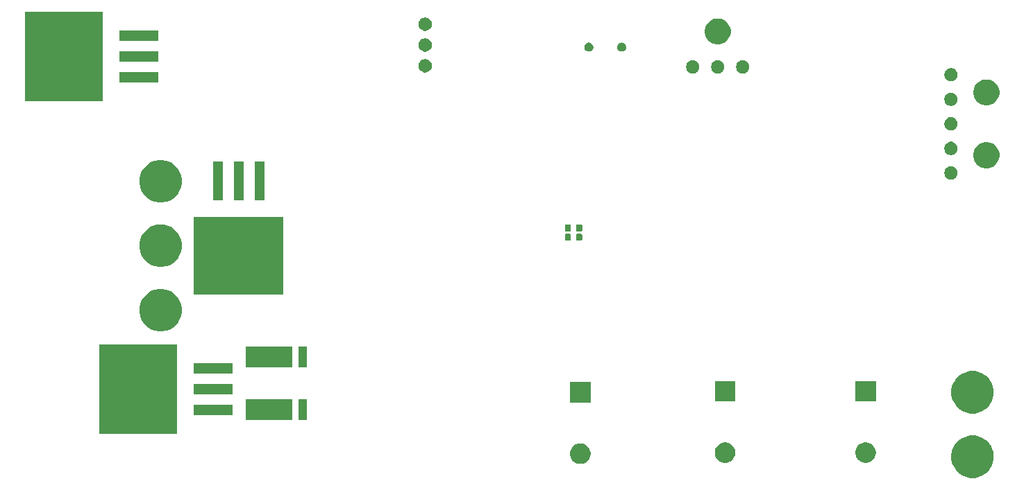
<source format=gbr>
G04 #@! TF.GenerationSoftware,KiCad,Pcbnew,(5.1.4)-1*
G04 #@! TF.CreationDate,2021-08-24T20:52:13-05:00*
G04 #@! TF.ProjectId,Mocos_2021,4d6f636f-735f-4323-9032-312e6b696361,rev?*
G04 #@! TF.SameCoordinates,Original*
G04 #@! TF.FileFunction,Soldermask,Bot*
G04 #@! TF.FilePolarity,Negative*
%FSLAX46Y46*%
G04 Gerber Fmt 4.6, Leading zero omitted, Abs format (unit mm)*
G04 Created by KiCad (PCBNEW (5.1.4)-1) date 2021-08-24 20:52:13*
%MOMM*%
%LPD*%
G04 APERTURE LIST*
%ADD10C,0.100000*%
G04 APERTURE END LIST*
D10*
G36*
X182274508Y-122189380D02*
G01*
X182441367Y-122222570D01*
X182912899Y-122417885D01*
X183155629Y-122580073D01*
X183337266Y-122701438D01*
X183698162Y-123062334D01*
X183748102Y-123137075D01*
X183981715Y-123486701D01*
X184177030Y-123958233D01*
X184210220Y-124125092D01*
X184276600Y-124458807D01*
X184276600Y-124969193D01*
X184268390Y-125010466D01*
X184177030Y-125469767D01*
X183981715Y-125941299D01*
X183819527Y-126184029D01*
X183698162Y-126365666D01*
X183337266Y-126726562D01*
X183155629Y-126847927D01*
X182912899Y-127010115D01*
X182441367Y-127205430D01*
X182274508Y-127238620D01*
X181940793Y-127305000D01*
X181430407Y-127305000D01*
X181096692Y-127238620D01*
X180929833Y-127205430D01*
X180458301Y-127010115D01*
X180215571Y-126847927D01*
X180033934Y-126726562D01*
X179673038Y-126365666D01*
X179551673Y-126184029D01*
X179389485Y-125941299D01*
X179194170Y-125469767D01*
X179102810Y-125010466D01*
X179094600Y-124969193D01*
X179094600Y-124458807D01*
X179160980Y-124125092D01*
X179194170Y-123958233D01*
X179389485Y-123486701D01*
X179623098Y-123137075D01*
X179673038Y-123062334D01*
X180033934Y-122701438D01*
X180215571Y-122580073D01*
X180458301Y-122417885D01*
X180929833Y-122222570D01*
X181096692Y-122189380D01*
X181430407Y-122123000D01*
X181940793Y-122123000D01*
X182274508Y-122189380D01*
X182274508Y-122189380D01*
G37*
G36*
X134058519Y-123104377D02*
G01*
X134222903Y-123137075D01*
X134450571Y-123231378D01*
X134655466Y-123368285D01*
X134829715Y-123542534D01*
X134877087Y-123613431D01*
X134966623Y-123747431D01*
X135008320Y-123848097D01*
X135060925Y-123975097D01*
X135109000Y-124216787D01*
X135109000Y-124463213D01*
X135060925Y-124704903D01*
X134966622Y-124932571D01*
X134829715Y-125137466D01*
X134655466Y-125311715D01*
X134450571Y-125448622D01*
X134450570Y-125448623D01*
X134450569Y-125448623D01*
X134222903Y-125542925D01*
X133981214Y-125591000D01*
X133734786Y-125591000D01*
X133493097Y-125542925D01*
X133265431Y-125448623D01*
X133265430Y-125448623D01*
X133265429Y-125448622D01*
X133060534Y-125311715D01*
X132886285Y-125137466D01*
X132749378Y-124932571D01*
X132655075Y-124704903D01*
X132607000Y-124463213D01*
X132607000Y-124216787D01*
X132655075Y-123975097D01*
X132707680Y-123848097D01*
X132749377Y-123747431D01*
X132838913Y-123613431D01*
X132886285Y-123542534D01*
X133060534Y-123368285D01*
X133265429Y-123231378D01*
X133493097Y-123137075D01*
X133657481Y-123104377D01*
X133734786Y-123089000D01*
X133981214Y-123089000D01*
X134058519Y-123104377D01*
X134058519Y-123104377D01*
G37*
G36*
X151875903Y-123010075D02*
G01*
X152086672Y-123097378D01*
X152103571Y-123104378D01*
X152308466Y-123241285D01*
X152482715Y-123415534D01*
X152614946Y-123613431D01*
X152619623Y-123620431D01*
X152713925Y-123848097D01*
X152762000Y-124089786D01*
X152762000Y-124336214D01*
X152713925Y-124577903D01*
X152622522Y-124798571D01*
X152619622Y-124805571D01*
X152482715Y-125010466D01*
X152308466Y-125184715D01*
X152103571Y-125321622D01*
X152103570Y-125321623D01*
X152103569Y-125321623D01*
X151875903Y-125415925D01*
X151634214Y-125464000D01*
X151387786Y-125464000D01*
X151146097Y-125415925D01*
X150918431Y-125321623D01*
X150918430Y-125321623D01*
X150918429Y-125321622D01*
X150713534Y-125184715D01*
X150539285Y-125010466D01*
X150402378Y-124805571D01*
X150399479Y-124798571D01*
X150308075Y-124577903D01*
X150260000Y-124336214D01*
X150260000Y-124089786D01*
X150308075Y-123848097D01*
X150402377Y-123620431D01*
X150407054Y-123613431D01*
X150539285Y-123415534D01*
X150713534Y-123241285D01*
X150918429Y-123104378D01*
X150935329Y-123097378D01*
X151146097Y-123010075D01*
X151387786Y-122962000D01*
X151634214Y-122962000D01*
X151875903Y-123010075D01*
X151875903Y-123010075D01*
G37*
G36*
X169020903Y-123003075D02*
G01*
X169248571Y-123097378D01*
X169453466Y-123234285D01*
X169627715Y-123408534D01*
X169764622Y-123613429D01*
X169764623Y-123613431D01*
X169858925Y-123841097D01*
X169907000Y-124082786D01*
X169907000Y-124329214D01*
X169858925Y-124570903D01*
X169803421Y-124704903D01*
X169764622Y-124798571D01*
X169627715Y-125003466D01*
X169453466Y-125177715D01*
X169248571Y-125314622D01*
X169248570Y-125314623D01*
X169248569Y-125314623D01*
X169020903Y-125408925D01*
X168779214Y-125457000D01*
X168532786Y-125457000D01*
X168291097Y-125408925D01*
X168063431Y-125314623D01*
X168063430Y-125314623D01*
X168063429Y-125314622D01*
X167858534Y-125177715D01*
X167684285Y-125003466D01*
X167547378Y-124798571D01*
X167508580Y-124704903D01*
X167453075Y-124570903D01*
X167405000Y-124329214D01*
X167405000Y-124082786D01*
X167453075Y-123841097D01*
X167547377Y-123613431D01*
X167547378Y-123613429D01*
X167684285Y-123408534D01*
X167858534Y-123234285D01*
X168063429Y-123097378D01*
X168291097Y-123003075D01*
X168532786Y-122955000D01*
X168779214Y-122955000D01*
X169020903Y-123003075D01*
X169020903Y-123003075D01*
G37*
G36*
X84687999Y-121910000D02*
G01*
X75186001Y-121910000D01*
X75186001Y-111008000D01*
X84687999Y-111008000D01*
X84687999Y-121910000D01*
X84687999Y-121910000D01*
G37*
G36*
X100508000Y-120269200D02*
G01*
X99517000Y-120269200D01*
X99517000Y-117728800D01*
X100508000Y-117728800D01*
X100508000Y-120269200D01*
X100508000Y-120269200D01*
G37*
G36*
X98730000Y-120269200D02*
G01*
X93040000Y-120269200D01*
X93040000Y-117728800D01*
X98730000Y-117728800D01*
X98730000Y-120269200D01*
X98730000Y-120269200D01*
G37*
G36*
X91438000Y-119600000D02*
G01*
X86736000Y-119600000D01*
X86736000Y-118398000D01*
X91438000Y-118398000D01*
X91438000Y-119600000D01*
X91438000Y-119600000D01*
G37*
G36*
X182274508Y-114315380D02*
G01*
X182441367Y-114348570D01*
X182912899Y-114543885D01*
X183155629Y-114706073D01*
X183337266Y-114827438D01*
X183698162Y-115188334D01*
X183819527Y-115369971D01*
X183981715Y-115612701D01*
X184177030Y-116084233D01*
X184276600Y-116584809D01*
X184276600Y-117095191D01*
X184177030Y-117595767D01*
X183981715Y-118067299D01*
X183819527Y-118310029D01*
X183698162Y-118491666D01*
X183337266Y-118852562D01*
X183155629Y-118973927D01*
X182912899Y-119136115D01*
X182441367Y-119331430D01*
X182274508Y-119364620D01*
X181940793Y-119431000D01*
X181430407Y-119431000D01*
X181096692Y-119364620D01*
X180929833Y-119331430D01*
X180458301Y-119136115D01*
X180215571Y-118973927D01*
X180033934Y-118852562D01*
X179673038Y-118491666D01*
X179551673Y-118310029D01*
X179389485Y-118067299D01*
X179194170Y-117595767D01*
X179094600Y-117095191D01*
X179094600Y-116584809D01*
X179194170Y-116084233D01*
X179389485Y-115612701D01*
X179551673Y-115369971D01*
X179673038Y-115188334D01*
X180033934Y-114827438D01*
X180215571Y-114706073D01*
X180458301Y-114543885D01*
X180929833Y-114348570D01*
X181096692Y-114315380D01*
X181430407Y-114249000D01*
X181940793Y-114249000D01*
X182274508Y-114315380D01*
X182274508Y-114315380D01*
G37*
G36*
X135109000Y-118091000D02*
G01*
X132607000Y-118091000D01*
X132607000Y-115589000D01*
X135109000Y-115589000D01*
X135109000Y-118091000D01*
X135109000Y-118091000D01*
G37*
G36*
X152762000Y-117964000D02*
G01*
X150260000Y-117964000D01*
X150260000Y-115462000D01*
X152762000Y-115462000D01*
X152762000Y-117964000D01*
X152762000Y-117964000D01*
G37*
G36*
X169907000Y-117957000D02*
G01*
X167405000Y-117957000D01*
X167405000Y-115455000D01*
X169907000Y-115455000D01*
X169907000Y-117957000D01*
X169907000Y-117957000D01*
G37*
G36*
X91438000Y-117060000D02*
G01*
X86736000Y-117060000D01*
X86736000Y-115858000D01*
X91438000Y-115858000D01*
X91438000Y-117060000D01*
X91438000Y-117060000D01*
G37*
G36*
X91438000Y-114520000D02*
G01*
X86736000Y-114520000D01*
X86736000Y-113318000D01*
X91438000Y-113318000D01*
X91438000Y-114520000D01*
X91438000Y-114520000D01*
G37*
G36*
X100508000Y-113792200D02*
G01*
X99517000Y-113792200D01*
X99517000Y-111251800D01*
X100508000Y-111251800D01*
X100508000Y-113792200D01*
X100508000Y-113792200D01*
G37*
G36*
X98730000Y-113792200D02*
G01*
X93040000Y-113792200D01*
X93040000Y-111251800D01*
X98730000Y-111251800D01*
X98730000Y-113792200D01*
X98730000Y-113792200D01*
G37*
G36*
X83265908Y-104282380D02*
G01*
X83432767Y-104315570D01*
X83904299Y-104510885D01*
X84147029Y-104673073D01*
X84328666Y-104794438D01*
X84689562Y-105155334D01*
X84810927Y-105336971D01*
X84973115Y-105579701D01*
X85168430Y-106051233D01*
X85268000Y-106551809D01*
X85268000Y-107062191D01*
X85168430Y-107562767D01*
X84973115Y-108034299D01*
X84810927Y-108277029D01*
X84689562Y-108458666D01*
X84328666Y-108819562D01*
X84147029Y-108940927D01*
X83904299Y-109103115D01*
X83432767Y-109298430D01*
X83265908Y-109331620D01*
X82932193Y-109398000D01*
X82421807Y-109398000D01*
X82088092Y-109331620D01*
X81921233Y-109298430D01*
X81449701Y-109103115D01*
X81206971Y-108940927D01*
X81025334Y-108819562D01*
X80664438Y-108458666D01*
X80543073Y-108277029D01*
X80380885Y-108034299D01*
X80185570Y-107562767D01*
X80086000Y-107062191D01*
X80086000Y-106551809D01*
X80185570Y-106051233D01*
X80380885Y-105579701D01*
X80543073Y-105336971D01*
X80664438Y-105155334D01*
X81025334Y-104794438D01*
X81206971Y-104673073D01*
X81449701Y-104510885D01*
X81921233Y-104315570D01*
X82088092Y-104282380D01*
X82421807Y-104216000D01*
X82932193Y-104216000D01*
X83265908Y-104282380D01*
X83265908Y-104282380D01*
G37*
G36*
X97653000Y-104899999D02*
G01*
X86751000Y-104899999D01*
X86751000Y-95398001D01*
X97653000Y-95398001D01*
X97653000Y-104899999D01*
X97653000Y-104899999D01*
G37*
G36*
X83175964Y-96390489D02*
G01*
X83432767Y-96441570D01*
X83904299Y-96636885D01*
X84147029Y-96799073D01*
X84328666Y-96920438D01*
X84689562Y-97281334D01*
X84810927Y-97462971D01*
X84973115Y-97705701D01*
X85168430Y-98177233D01*
X85268000Y-98677809D01*
X85268000Y-99188191D01*
X85168430Y-99688767D01*
X84973115Y-100160299D01*
X84810927Y-100403029D01*
X84689562Y-100584666D01*
X84328666Y-100945562D01*
X84147029Y-101066927D01*
X83904299Y-101229115D01*
X83432767Y-101424430D01*
X83265908Y-101457620D01*
X82932193Y-101524000D01*
X82421807Y-101524000D01*
X82088092Y-101457620D01*
X81921233Y-101424430D01*
X81449701Y-101229115D01*
X81206971Y-101066927D01*
X81025334Y-100945562D01*
X80664438Y-100584666D01*
X80543073Y-100403029D01*
X80380885Y-100160299D01*
X80185570Y-99688767D01*
X80086000Y-99188191D01*
X80086000Y-98677809D01*
X80185570Y-98177233D01*
X80380885Y-97705701D01*
X80543073Y-97462971D01*
X80664438Y-97281334D01*
X81025334Y-96920438D01*
X81206971Y-96799073D01*
X81449701Y-96636885D01*
X81921233Y-96441570D01*
X82178036Y-96390489D01*
X82421807Y-96342000D01*
X82932193Y-96342000D01*
X83175964Y-96390489D01*
X83175964Y-96390489D01*
G37*
G36*
X133996901Y-97493360D02*
G01*
X134018925Y-97500041D01*
X134039222Y-97510890D01*
X134057011Y-97525489D01*
X134071610Y-97543278D01*
X134082459Y-97563575D01*
X134089140Y-97585599D01*
X134092000Y-97614640D01*
X134092000Y-98203360D01*
X134089140Y-98232401D01*
X134082459Y-98254425D01*
X134071610Y-98274722D01*
X134057011Y-98292511D01*
X134039222Y-98307110D01*
X134018925Y-98317959D01*
X133996901Y-98324640D01*
X133967860Y-98327500D01*
X133494140Y-98327500D01*
X133465099Y-98324640D01*
X133443075Y-98317959D01*
X133422778Y-98307110D01*
X133404989Y-98292511D01*
X133390390Y-98274722D01*
X133379541Y-98254425D01*
X133372860Y-98232401D01*
X133370000Y-98203360D01*
X133370000Y-97614640D01*
X133372860Y-97585599D01*
X133379541Y-97563575D01*
X133390390Y-97543278D01*
X133404989Y-97525489D01*
X133422778Y-97510890D01*
X133443075Y-97500041D01*
X133465099Y-97493360D01*
X133494140Y-97490500D01*
X133967860Y-97490500D01*
X133996901Y-97493360D01*
X133996901Y-97493360D01*
G37*
G36*
X132599901Y-97493360D02*
G01*
X132621925Y-97500041D01*
X132642222Y-97510890D01*
X132660011Y-97525489D01*
X132674610Y-97543278D01*
X132685459Y-97563575D01*
X132692140Y-97585599D01*
X132695000Y-97614640D01*
X132695000Y-98203360D01*
X132692140Y-98232401D01*
X132685459Y-98254425D01*
X132674610Y-98274722D01*
X132660011Y-98292511D01*
X132642222Y-98307110D01*
X132621925Y-98317959D01*
X132599901Y-98324640D01*
X132570860Y-98327500D01*
X132097140Y-98327500D01*
X132068099Y-98324640D01*
X132046075Y-98317959D01*
X132025778Y-98307110D01*
X132007989Y-98292511D01*
X131993390Y-98274722D01*
X131982541Y-98254425D01*
X131975860Y-98232401D01*
X131973000Y-98203360D01*
X131973000Y-97614640D01*
X131975860Y-97585599D01*
X131982541Y-97563575D01*
X131993390Y-97543278D01*
X132007989Y-97525489D01*
X132025778Y-97510890D01*
X132046075Y-97500041D01*
X132068099Y-97493360D01*
X132097140Y-97490500D01*
X132570860Y-97490500D01*
X132599901Y-97493360D01*
X132599901Y-97493360D01*
G37*
G36*
X132599901Y-96358360D02*
G01*
X132621925Y-96365041D01*
X132642222Y-96375890D01*
X132660011Y-96390489D01*
X132674610Y-96408278D01*
X132685459Y-96428575D01*
X132692140Y-96450599D01*
X132695000Y-96479640D01*
X132695000Y-97068360D01*
X132692140Y-97097401D01*
X132685459Y-97119425D01*
X132674610Y-97139722D01*
X132660011Y-97157511D01*
X132642222Y-97172110D01*
X132621925Y-97182959D01*
X132599901Y-97189640D01*
X132570860Y-97192500D01*
X132097140Y-97192500D01*
X132068099Y-97189640D01*
X132046075Y-97182959D01*
X132025778Y-97172110D01*
X132007989Y-97157511D01*
X131993390Y-97139722D01*
X131982541Y-97119425D01*
X131975860Y-97097401D01*
X131973000Y-97068360D01*
X131973000Y-96479640D01*
X131975860Y-96450599D01*
X131982541Y-96428575D01*
X131993390Y-96408278D01*
X132007989Y-96390489D01*
X132025778Y-96375890D01*
X132046075Y-96365041D01*
X132068099Y-96358360D01*
X132097140Y-96355500D01*
X132570860Y-96355500D01*
X132599901Y-96358360D01*
X132599901Y-96358360D01*
G37*
G36*
X133996901Y-96358360D02*
G01*
X134018925Y-96365041D01*
X134039222Y-96375890D01*
X134057011Y-96390489D01*
X134071610Y-96408278D01*
X134082459Y-96428575D01*
X134089140Y-96450599D01*
X134092000Y-96479640D01*
X134092000Y-97068360D01*
X134089140Y-97097401D01*
X134082459Y-97119425D01*
X134071610Y-97139722D01*
X134057011Y-97157511D01*
X134039222Y-97172110D01*
X134018925Y-97182959D01*
X133996901Y-97189640D01*
X133967860Y-97192500D01*
X133494140Y-97192500D01*
X133465099Y-97189640D01*
X133443075Y-97182959D01*
X133422778Y-97172110D01*
X133404989Y-97157511D01*
X133390390Y-97139722D01*
X133379541Y-97119425D01*
X133372860Y-97097401D01*
X133370000Y-97068360D01*
X133370000Y-96479640D01*
X133372860Y-96450599D01*
X133379541Y-96428575D01*
X133390390Y-96408278D01*
X133404989Y-96390489D01*
X133422778Y-96375890D01*
X133443075Y-96365041D01*
X133465099Y-96358360D01*
X133494140Y-96355500D01*
X133967860Y-96355500D01*
X133996901Y-96358360D01*
X133996901Y-96358360D01*
G37*
G36*
X83265908Y-88534380D02*
G01*
X83432767Y-88567570D01*
X83904299Y-88762885D01*
X84147029Y-88925073D01*
X84328666Y-89046438D01*
X84689562Y-89407334D01*
X84768013Y-89524745D01*
X84973115Y-89831701D01*
X85168430Y-90303233D01*
X85168430Y-90303234D01*
X85259977Y-90763471D01*
X85268000Y-90803809D01*
X85268000Y-91314191D01*
X85168430Y-91814767D01*
X84973115Y-92286299D01*
X84810927Y-92529029D01*
X84689562Y-92710666D01*
X84328666Y-93071562D01*
X84147029Y-93192927D01*
X83904299Y-93355115D01*
X83432767Y-93550430D01*
X83265908Y-93583620D01*
X82932193Y-93650000D01*
X82421807Y-93650000D01*
X82088092Y-93583620D01*
X81921233Y-93550430D01*
X81449701Y-93355115D01*
X81206971Y-93192927D01*
X81025334Y-93071562D01*
X80664438Y-92710666D01*
X80543073Y-92529029D01*
X80380885Y-92286299D01*
X80185570Y-91814767D01*
X80086000Y-91314191D01*
X80086000Y-90803809D01*
X80094024Y-90763471D01*
X80185570Y-90303234D01*
X80185570Y-90303233D01*
X80380885Y-89831701D01*
X80585987Y-89524745D01*
X80664438Y-89407334D01*
X81025334Y-89046438D01*
X81206971Y-88925073D01*
X81449701Y-88762885D01*
X81921233Y-88567570D01*
X82088092Y-88534380D01*
X82421807Y-88468000D01*
X82932193Y-88468000D01*
X83265908Y-88534380D01*
X83265908Y-88534380D01*
G37*
G36*
X92803000Y-93350000D02*
G01*
X91601000Y-93350000D01*
X91601000Y-88648000D01*
X92803000Y-88648000D01*
X92803000Y-93350000D01*
X92803000Y-93350000D01*
G37*
G36*
X95343000Y-93350000D02*
G01*
X94141000Y-93350000D01*
X94141000Y-88648000D01*
X95343000Y-88648000D01*
X95343000Y-93350000D01*
X95343000Y-93350000D01*
G37*
G36*
X90263000Y-93350000D02*
G01*
X89061000Y-93350000D01*
X89061000Y-88648000D01*
X90263000Y-88648000D01*
X90263000Y-93350000D01*
X90263000Y-93350000D01*
G37*
G36*
X179307142Y-89261242D02*
G01*
X179455101Y-89322529D01*
X179588255Y-89411499D01*
X179701501Y-89524745D01*
X179790471Y-89657899D01*
X179851758Y-89805858D01*
X179883000Y-89962925D01*
X179883000Y-90123075D01*
X179851758Y-90280142D01*
X179790471Y-90428101D01*
X179701501Y-90561255D01*
X179588255Y-90674501D01*
X179455101Y-90763471D01*
X179307142Y-90824758D01*
X179150075Y-90856000D01*
X178989925Y-90856000D01*
X178832858Y-90824758D01*
X178684899Y-90763471D01*
X178551745Y-90674501D01*
X178438499Y-90561255D01*
X178349529Y-90428101D01*
X178288242Y-90280142D01*
X178257000Y-90123075D01*
X178257000Y-89962925D01*
X178288242Y-89805858D01*
X178349529Y-89657899D01*
X178438499Y-89524745D01*
X178551745Y-89411499D01*
X178684899Y-89322529D01*
X178832858Y-89261242D01*
X178989925Y-89230000D01*
X179150075Y-89230000D01*
X179307142Y-89261242D01*
X179307142Y-89261242D01*
G37*
G36*
X183851114Y-86357314D02*
G01*
X184140056Y-86476998D01*
X184140058Y-86476999D01*
X184400100Y-86650753D01*
X184621247Y-86871900D01*
X184790947Y-87125875D01*
X184795002Y-87131944D01*
X184914686Y-87420886D01*
X184975700Y-87727624D01*
X184975700Y-88040376D01*
X184914686Y-88347114D01*
X184864613Y-88468000D01*
X184795001Y-88636058D01*
X184621247Y-88896100D01*
X184400100Y-89117247D01*
X184140058Y-89291001D01*
X184140057Y-89291002D01*
X184140056Y-89291002D01*
X183851114Y-89410686D01*
X183544376Y-89471700D01*
X183231624Y-89471700D01*
X182924886Y-89410686D01*
X182635944Y-89291002D01*
X182635943Y-89291002D01*
X182635942Y-89291001D01*
X182375900Y-89117247D01*
X182154753Y-88896100D01*
X181980999Y-88636058D01*
X181911387Y-88468000D01*
X181861314Y-88347114D01*
X181800300Y-88040376D01*
X181800300Y-87727624D01*
X181861314Y-87420886D01*
X181980998Y-87131944D01*
X181985053Y-87125875D01*
X182154753Y-86871900D01*
X182375900Y-86650753D01*
X182635942Y-86476999D01*
X182635944Y-86476998D01*
X182924886Y-86357314D01*
X183231624Y-86296300D01*
X183544376Y-86296300D01*
X183851114Y-86357314D01*
X183851114Y-86357314D01*
G37*
G36*
X179307142Y-86264042D02*
G01*
X179455101Y-86325329D01*
X179588255Y-86414299D01*
X179701501Y-86527545D01*
X179790471Y-86660699D01*
X179851758Y-86808658D01*
X179883000Y-86965725D01*
X179883000Y-87125875D01*
X179851758Y-87282942D01*
X179790471Y-87430901D01*
X179701501Y-87564055D01*
X179588255Y-87677301D01*
X179455101Y-87766271D01*
X179307142Y-87827558D01*
X179150075Y-87858800D01*
X178989925Y-87858800D01*
X178832858Y-87827558D01*
X178684899Y-87766271D01*
X178551745Y-87677301D01*
X178438499Y-87564055D01*
X178349529Y-87430901D01*
X178288242Y-87282942D01*
X178257000Y-87125875D01*
X178257000Y-86965725D01*
X178288242Y-86808658D01*
X178349529Y-86660699D01*
X178438499Y-86527545D01*
X178551745Y-86414299D01*
X178684899Y-86325329D01*
X178832858Y-86264042D01*
X178989925Y-86232800D01*
X179150075Y-86232800D01*
X179307142Y-86264042D01*
X179307142Y-86264042D01*
G37*
G36*
X179307142Y-83266842D02*
G01*
X179455101Y-83328129D01*
X179588255Y-83417099D01*
X179701501Y-83530345D01*
X179790471Y-83663499D01*
X179851758Y-83811458D01*
X179883000Y-83968525D01*
X179883000Y-84128675D01*
X179851758Y-84285742D01*
X179790471Y-84433701D01*
X179701501Y-84566855D01*
X179588255Y-84680101D01*
X179455101Y-84769071D01*
X179307142Y-84830358D01*
X179150075Y-84861600D01*
X178989925Y-84861600D01*
X178832858Y-84830358D01*
X178684899Y-84769071D01*
X178551745Y-84680101D01*
X178438499Y-84566855D01*
X178349529Y-84433701D01*
X178288242Y-84285742D01*
X178257000Y-84128675D01*
X178257000Y-83968525D01*
X178288242Y-83811458D01*
X178349529Y-83663499D01*
X178438499Y-83530345D01*
X178551745Y-83417099D01*
X178684899Y-83328129D01*
X178832858Y-83266842D01*
X178989925Y-83235600D01*
X179150075Y-83235600D01*
X179307142Y-83266842D01*
X179307142Y-83266842D01*
G37*
G36*
X179307142Y-80269642D02*
G01*
X179455101Y-80330929D01*
X179588255Y-80419899D01*
X179701501Y-80533145D01*
X179790471Y-80666299D01*
X179851758Y-80814258D01*
X179883000Y-80971325D01*
X179883000Y-81131475D01*
X179851758Y-81288542D01*
X179790471Y-81436501D01*
X179701501Y-81569655D01*
X179588255Y-81682901D01*
X179455101Y-81771871D01*
X179307142Y-81833158D01*
X179150075Y-81864400D01*
X178989925Y-81864400D01*
X178832858Y-81833158D01*
X178684899Y-81771871D01*
X178551745Y-81682901D01*
X178438499Y-81569655D01*
X178349529Y-81436501D01*
X178288242Y-81288542D01*
X178257000Y-81131475D01*
X178257000Y-80971325D01*
X178288242Y-80814258D01*
X178349529Y-80666299D01*
X178438499Y-80533145D01*
X178551745Y-80419899D01*
X178684899Y-80330929D01*
X178832858Y-80269642D01*
X178989925Y-80238400D01*
X179150075Y-80238400D01*
X179307142Y-80269642D01*
X179307142Y-80269642D01*
G37*
G36*
X183851114Y-78686514D02*
G01*
X184063943Y-78774671D01*
X184140058Y-78806199D01*
X184400100Y-78979953D01*
X184621247Y-79201100D01*
X184795001Y-79461142D01*
X184795002Y-79461144D01*
X184914686Y-79750086D01*
X184975700Y-80056824D01*
X184975700Y-80369576D01*
X184914686Y-80676314D01*
X184795002Y-80965256D01*
X184795001Y-80965258D01*
X184621247Y-81225300D01*
X184400100Y-81446447D01*
X184140058Y-81620201D01*
X184140057Y-81620202D01*
X184140056Y-81620202D01*
X183851114Y-81739886D01*
X183544376Y-81800900D01*
X183231624Y-81800900D01*
X182924886Y-81739886D01*
X182635944Y-81620202D01*
X182635943Y-81620202D01*
X182635942Y-81620201D01*
X182375900Y-81446447D01*
X182154753Y-81225300D01*
X181980999Y-80965258D01*
X181980998Y-80965256D01*
X181861314Y-80676314D01*
X181800300Y-80369576D01*
X181800300Y-80056824D01*
X181861314Y-79750086D01*
X181980998Y-79461144D01*
X181980999Y-79461142D01*
X182154753Y-79201100D01*
X182375900Y-78979953D01*
X182635942Y-78806199D01*
X182712057Y-78774671D01*
X182924886Y-78686514D01*
X183231624Y-78625500D01*
X183544376Y-78625500D01*
X183851114Y-78686514D01*
X183851114Y-78686514D01*
G37*
G36*
X75616999Y-81270000D02*
G01*
X66115001Y-81270000D01*
X66115001Y-70368000D01*
X75616999Y-70368000D01*
X75616999Y-81270000D01*
X75616999Y-81270000D01*
G37*
G36*
X82367000Y-78960000D02*
G01*
X77665000Y-78960000D01*
X77665000Y-77758000D01*
X82367000Y-77758000D01*
X82367000Y-78960000D01*
X82367000Y-78960000D01*
G37*
G36*
X179307142Y-77272442D02*
G01*
X179455101Y-77333729D01*
X179588255Y-77422699D01*
X179701501Y-77535945D01*
X179790471Y-77669099D01*
X179851758Y-77817058D01*
X179883000Y-77974125D01*
X179883000Y-78134275D01*
X179851758Y-78291342D01*
X179790471Y-78439301D01*
X179701501Y-78572455D01*
X179588255Y-78685701D01*
X179455101Y-78774671D01*
X179307142Y-78835958D01*
X179150075Y-78867200D01*
X178989925Y-78867200D01*
X178832858Y-78835958D01*
X178684899Y-78774671D01*
X178551745Y-78685701D01*
X178438499Y-78572455D01*
X178349529Y-78439301D01*
X178288242Y-78291342D01*
X178257000Y-78134275D01*
X178257000Y-77974125D01*
X178288242Y-77817058D01*
X178349529Y-77669099D01*
X178438499Y-77535945D01*
X178551745Y-77422699D01*
X178684899Y-77333729D01*
X178832858Y-77272442D01*
X178989925Y-77241200D01*
X179150075Y-77241200D01*
X179307142Y-77272442D01*
X179307142Y-77272442D01*
G37*
G36*
X153907142Y-76307242D02*
G01*
X154055101Y-76368529D01*
X154188255Y-76457499D01*
X154301501Y-76570745D01*
X154390471Y-76703899D01*
X154451758Y-76851858D01*
X154483000Y-77008925D01*
X154483000Y-77169075D01*
X154451758Y-77326142D01*
X154390471Y-77474101D01*
X154301501Y-77607255D01*
X154188255Y-77720501D01*
X154055101Y-77809471D01*
X153907142Y-77870758D01*
X153750075Y-77902000D01*
X153589925Y-77902000D01*
X153432858Y-77870758D01*
X153284899Y-77809471D01*
X153151745Y-77720501D01*
X153038499Y-77607255D01*
X152949529Y-77474101D01*
X152888242Y-77326142D01*
X152857000Y-77169075D01*
X152857000Y-77008925D01*
X152888242Y-76851858D01*
X152949529Y-76703899D01*
X153038499Y-76570745D01*
X153151745Y-76457499D01*
X153284899Y-76368529D01*
X153432858Y-76307242D01*
X153589925Y-76276000D01*
X153750075Y-76276000D01*
X153907142Y-76307242D01*
X153907142Y-76307242D01*
G37*
G36*
X150859142Y-76307242D02*
G01*
X151007101Y-76368529D01*
X151140255Y-76457499D01*
X151253501Y-76570745D01*
X151342471Y-76703899D01*
X151403758Y-76851858D01*
X151435000Y-77008925D01*
X151435000Y-77169075D01*
X151403758Y-77326142D01*
X151342471Y-77474101D01*
X151253501Y-77607255D01*
X151140255Y-77720501D01*
X151007101Y-77809471D01*
X150859142Y-77870758D01*
X150702075Y-77902000D01*
X150541925Y-77902000D01*
X150384858Y-77870758D01*
X150236899Y-77809471D01*
X150103745Y-77720501D01*
X149990499Y-77607255D01*
X149901529Y-77474101D01*
X149840242Y-77326142D01*
X149809000Y-77169075D01*
X149809000Y-77008925D01*
X149840242Y-76851858D01*
X149901529Y-76703899D01*
X149990499Y-76570745D01*
X150103745Y-76457499D01*
X150236899Y-76368529D01*
X150384858Y-76307242D01*
X150541925Y-76276000D01*
X150702075Y-76276000D01*
X150859142Y-76307242D01*
X150859142Y-76307242D01*
G37*
G36*
X147811142Y-76307242D02*
G01*
X147959101Y-76368529D01*
X148092255Y-76457499D01*
X148205501Y-76570745D01*
X148294471Y-76703899D01*
X148355758Y-76851858D01*
X148387000Y-77008925D01*
X148387000Y-77169075D01*
X148355758Y-77326142D01*
X148294471Y-77474101D01*
X148205501Y-77607255D01*
X148092255Y-77720501D01*
X147959101Y-77809471D01*
X147811142Y-77870758D01*
X147654075Y-77902000D01*
X147493925Y-77902000D01*
X147336858Y-77870758D01*
X147188899Y-77809471D01*
X147055745Y-77720501D01*
X146942499Y-77607255D01*
X146853529Y-77474101D01*
X146792242Y-77326142D01*
X146761000Y-77169075D01*
X146761000Y-77008925D01*
X146792242Y-76851858D01*
X146853529Y-76703899D01*
X146942499Y-76570745D01*
X147055745Y-76457499D01*
X147188899Y-76368529D01*
X147336858Y-76307242D01*
X147493925Y-76276000D01*
X147654075Y-76276000D01*
X147811142Y-76307242D01*
X147811142Y-76307242D01*
G37*
G36*
X115172142Y-76180242D02*
G01*
X115320101Y-76241529D01*
X115453255Y-76330499D01*
X115566501Y-76443745D01*
X115655471Y-76576899D01*
X115716758Y-76724858D01*
X115748000Y-76881925D01*
X115748000Y-77042075D01*
X115716758Y-77199142D01*
X115655471Y-77347101D01*
X115566501Y-77480255D01*
X115453255Y-77593501D01*
X115320101Y-77682471D01*
X115172142Y-77743758D01*
X115015075Y-77775000D01*
X114854925Y-77775000D01*
X114697858Y-77743758D01*
X114549899Y-77682471D01*
X114416745Y-77593501D01*
X114303499Y-77480255D01*
X114214529Y-77347101D01*
X114153242Y-77199142D01*
X114122000Y-77042075D01*
X114122000Y-76881925D01*
X114153242Y-76724858D01*
X114214529Y-76576899D01*
X114303499Y-76443745D01*
X114416745Y-76330499D01*
X114549899Y-76241529D01*
X114697858Y-76180242D01*
X114854925Y-76149000D01*
X115015075Y-76149000D01*
X115172142Y-76180242D01*
X115172142Y-76180242D01*
G37*
G36*
X82367000Y-76420000D02*
G01*
X77665000Y-76420000D01*
X77665000Y-75218000D01*
X82367000Y-75218000D01*
X82367000Y-76420000D01*
X82367000Y-76420000D01*
G37*
G36*
X115172142Y-73640242D02*
G01*
X115320101Y-73701529D01*
X115453255Y-73790499D01*
X115566501Y-73903745D01*
X115655471Y-74036899D01*
X115716758Y-74184858D01*
X115748000Y-74341925D01*
X115748000Y-74502075D01*
X115716758Y-74659142D01*
X115655471Y-74807101D01*
X115566501Y-74940255D01*
X115453255Y-75053501D01*
X115320101Y-75142471D01*
X115172142Y-75203758D01*
X115015075Y-75235000D01*
X114854925Y-75235000D01*
X114697858Y-75203758D01*
X114549899Y-75142471D01*
X114416745Y-75053501D01*
X114303499Y-74940255D01*
X114214529Y-74807101D01*
X114153242Y-74659142D01*
X114122000Y-74502075D01*
X114122000Y-74341925D01*
X114153242Y-74184858D01*
X114214529Y-74036899D01*
X114303499Y-73903745D01*
X114416745Y-73790499D01*
X114549899Y-73701529D01*
X114697858Y-73640242D01*
X114854925Y-73609000D01*
X115015075Y-73609000D01*
X115172142Y-73640242D01*
X115172142Y-73640242D01*
G37*
G36*
X139066721Y-74146174D02*
G01*
X139166995Y-74187709D01*
X139166996Y-74187710D01*
X139257242Y-74248010D01*
X139333990Y-74324758D01*
X139345461Y-74341926D01*
X139394291Y-74415005D01*
X139435826Y-74515279D01*
X139457000Y-74621730D01*
X139457000Y-74730270D01*
X139435826Y-74836721D01*
X139394291Y-74936995D01*
X139392111Y-74940257D01*
X139333990Y-75027242D01*
X139257242Y-75103990D01*
X139211812Y-75134345D01*
X139166995Y-75164291D01*
X139066721Y-75205826D01*
X138960270Y-75227000D01*
X138851730Y-75227000D01*
X138745279Y-75205826D01*
X138645005Y-75164291D01*
X138600188Y-75134345D01*
X138554758Y-75103990D01*
X138478010Y-75027242D01*
X138419889Y-74940257D01*
X138417709Y-74936995D01*
X138376174Y-74836721D01*
X138355000Y-74730270D01*
X138355000Y-74621730D01*
X138376174Y-74515279D01*
X138417709Y-74415005D01*
X138466539Y-74341926D01*
X138478010Y-74324758D01*
X138554758Y-74248010D01*
X138645004Y-74187710D01*
X138645005Y-74187709D01*
X138745279Y-74146174D01*
X138851730Y-74125000D01*
X138960270Y-74125000D01*
X139066721Y-74146174D01*
X139066721Y-74146174D01*
G37*
G36*
X135066721Y-74146174D02*
G01*
X135166995Y-74187709D01*
X135166996Y-74187710D01*
X135257242Y-74248010D01*
X135333990Y-74324758D01*
X135345461Y-74341926D01*
X135394291Y-74415005D01*
X135435826Y-74515279D01*
X135457000Y-74621730D01*
X135457000Y-74730270D01*
X135435826Y-74836721D01*
X135394291Y-74936995D01*
X135392111Y-74940257D01*
X135333990Y-75027242D01*
X135257242Y-75103990D01*
X135211812Y-75134345D01*
X135166995Y-75164291D01*
X135066721Y-75205826D01*
X134960270Y-75227000D01*
X134851730Y-75227000D01*
X134745279Y-75205826D01*
X134645005Y-75164291D01*
X134600188Y-75134345D01*
X134554758Y-75103990D01*
X134478010Y-75027242D01*
X134419889Y-74940257D01*
X134417709Y-74936995D01*
X134376174Y-74836721D01*
X134355000Y-74730270D01*
X134355000Y-74621730D01*
X134376174Y-74515279D01*
X134417709Y-74415005D01*
X134466539Y-74341926D01*
X134478010Y-74324758D01*
X134554758Y-74248010D01*
X134645004Y-74187710D01*
X134645005Y-74187709D01*
X134745279Y-74146174D01*
X134851730Y-74125000D01*
X134960270Y-74125000D01*
X135066721Y-74146174D01*
X135066721Y-74146174D01*
G37*
G36*
X151085114Y-71244314D02*
G01*
X151373440Y-71363743D01*
X151374058Y-71363999D01*
X151634100Y-71537753D01*
X151855247Y-71758900D01*
X152029001Y-72018942D01*
X152029002Y-72018944D01*
X152148686Y-72307886D01*
X152209700Y-72614624D01*
X152209700Y-72927376D01*
X152148686Y-73234114D01*
X152029002Y-73523056D01*
X152029001Y-73523058D01*
X151855247Y-73783100D01*
X151634100Y-74004247D01*
X151374058Y-74178001D01*
X151374057Y-74178002D01*
X151374056Y-74178002D01*
X151085114Y-74297686D01*
X150778376Y-74358700D01*
X150465624Y-74358700D01*
X150158886Y-74297686D01*
X149869944Y-74178002D01*
X149869943Y-74178002D01*
X149869942Y-74178001D01*
X149609900Y-74004247D01*
X149388753Y-73783100D01*
X149214999Y-73523058D01*
X149214998Y-73523056D01*
X149095314Y-73234114D01*
X149034300Y-72927376D01*
X149034300Y-72614624D01*
X149095314Y-72307886D01*
X149214998Y-72018944D01*
X149214999Y-72018942D01*
X149388753Y-71758900D01*
X149609900Y-71537753D01*
X149869942Y-71363999D01*
X149870560Y-71363743D01*
X150158886Y-71244314D01*
X150465624Y-71183300D01*
X150778376Y-71183300D01*
X151085114Y-71244314D01*
X151085114Y-71244314D01*
G37*
G36*
X82367000Y-73880000D02*
G01*
X77665000Y-73880000D01*
X77665000Y-72678000D01*
X82367000Y-72678000D01*
X82367000Y-73880000D01*
X82367000Y-73880000D01*
G37*
G36*
X115172142Y-71100242D02*
G01*
X115320101Y-71161529D01*
X115453255Y-71250499D01*
X115566501Y-71363745D01*
X115655471Y-71496899D01*
X115716758Y-71644858D01*
X115748000Y-71801925D01*
X115748000Y-71962075D01*
X115716758Y-72119142D01*
X115655471Y-72267101D01*
X115566501Y-72400255D01*
X115453255Y-72513501D01*
X115320101Y-72602471D01*
X115172142Y-72663758D01*
X115015075Y-72695000D01*
X114854925Y-72695000D01*
X114697858Y-72663758D01*
X114549899Y-72602471D01*
X114416745Y-72513501D01*
X114303499Y-72400255D01*
X114214529Y-72267101D01*
X114153242Y-72119142D01*
X114122000Y-71962075D01*
X114122000Y-71801925D01*
X114153242Y-71644858D01*
X114214529Y-71496899D01*
X114303499Y-71363745D01*
X114416745Y-71250499D01*
X114549899Y-71161529D01*
X114697858Y-71100242D01*
X114854925Y-71069000D01*
X115015075Y-71069000D01*
X115172142Y-71100242D01*
X115172142Y-71100242D01*
G37*
M02*

</source>
